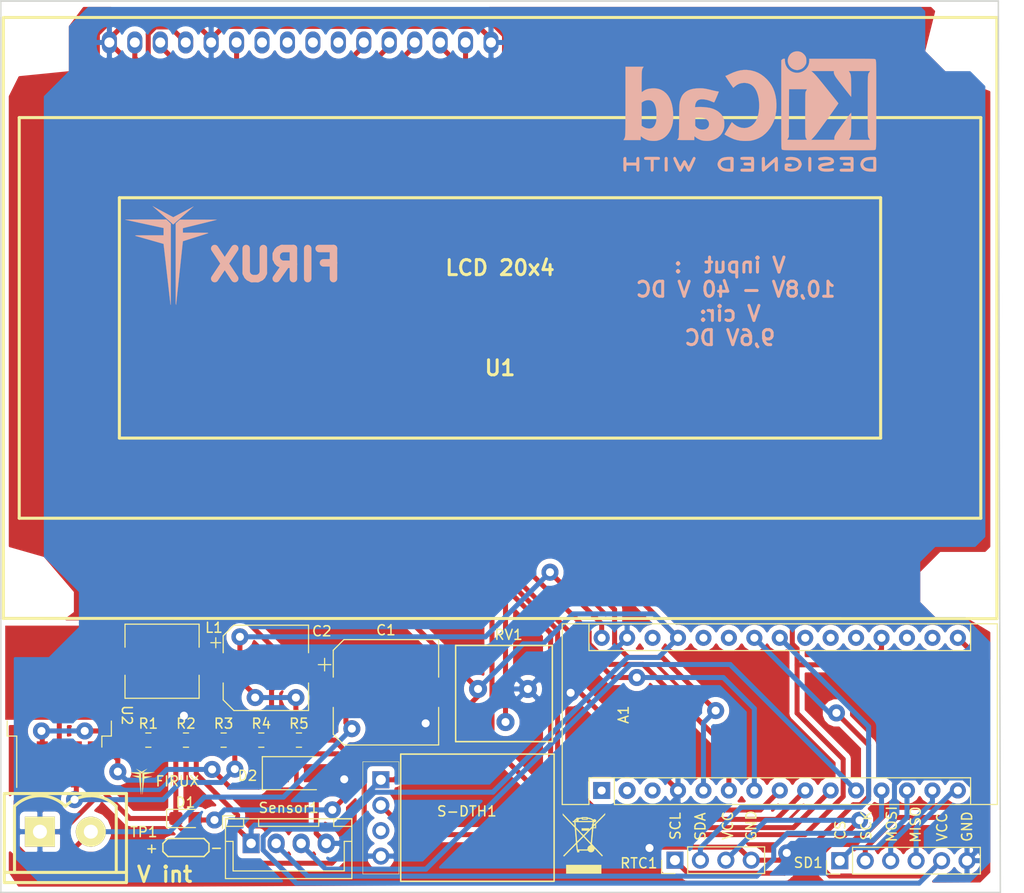
<source format=kicad_pcb>
(kicad_pcb (version 20171130) (host pcbnew "(5.0.0)")
  (title_block (title "Nivel y temperatura") (date 2019-02-27) (rev "V 1.0") (company Firux))
  (layers (0 F.Cu signal) (31 B.Cu signal) (34 B.Paste user) (35 F.Paste user) (36 B.SilkS user) (37 F.SilkS user) (38 B.Mask user) (39 F.Mask user) (44 Edge.Cuts user))
  (net 0 "")
  (net 1 GND)
  (net 2 A0)
  (net 3 +5V)
  (net 4 A5)
  (net 5 A4)
  (net 6 D12)
  (net 7 D11)
  (net 8 D13)
  (net 9 D10)
  (net 10 D8)
  (net 11 D9)
  (net 12 D7)
  (net 13 "Net-(A1-Pad28)")
  (net 14 "Net-(A1-Pad26)")
  (net 15 "Net-(A1-Pad25)")
  (net 16 D6)
  (net 17 D5)
  (net 18 D4)
  (net 19 "Net-(A1-Pad22)")
  (net 20 D3)
  (net 21 "Net-(A1-Pad21)")
  (net 22 D2)
  (net 23 "Net-(A1-Pad20)")
  (net 24 "Net-(A1-Pad3)")
  (net 25 "Net-(A1-Pad18)")
  (net 26 "Net-(A1-Pad2)")
  (net 27 "Net-(A1-Pad17)")
  (net 28 "Net-(A1-Pad1)")
  (net 29 "Net-(D1-Pad2)")
  (net 30 "Net-(RV1-Pad1)")
  (net 31 "Net-(U1-Pad7)")
  (net 32 "Net-(U1-Pad8)")
  (net 33 "Net-(U1-Pad9)")
  (net 34 "Net-(U1-Pad10)")
  (net 35 "Net-(S-DTH1-Pad3)")
  (net 36 Vout)
  (net 37 "Net-(C1-Pad1)")
  (net 38 "Net-(D2-Pad1)")
  (net 39 "Net-(R3-Pad2)")
  (module Connector_PinHeader_2.54mm:PinHeader_1x04_P2.54mm_Vertical (layer F.Cu) (at 159.512 131.7752 90)
    (fp_text reference RTC1 (at -0.3048 -3.6068 180) (layer F.SilkS))
    (fp_text value " ")
    (pad 1 thru_hole rect (at 0 0 90) (size 1.7 1.7) (drill 1) (layers *.Cu *.Mask) (net 4 A5))
    (pad 2 thru_hole oval (at 0 2.54 90) (size 1.7 1.7) (drill 1) (layers *.Cu *.Mask) (net 5 A4))
    (pad 3 thru_hole oval (at 0 5.08 90) (size 1.7 1.7) (drill 1) (layers *.Cu *.Mask) (net 3 +5V))
    (pad 4 thru_hole oval (at 0 7.62 90) (size 1.7 1.7) (drill 1) (layers *.Cu *.Mask) (net 1 GND))
  )
  (module Firux:lcd_20x4 (layer F.Cu) (at 142.045601 77.635101)
    (fp_text reference U1 (at 0 5.00126) (layer F.SilkS) (effects (font (size 1.5 1.5) (thickness 0.3))))
    (fp_text value "LCD 20x4" (at 0 -5.00126) (layer F.SilkS) (effects (font (size 1.5 1.5) (thickness 0.3))))
    (pad 16 thru_hole oval (at -0.9 -27.5) (size 1.5 2.2) (drill 1) (layers *.Cu *.Mask) (net 1 GND))
    (pad 15 thru_hole oval (at -3.44 -27.5) (size 1.5 2.2) (drill 1) (layers *.Cu *.Mask) (net 3 +5V))
    (pad 14 thru_hole oval (at -5.98 -27.5) (size 1.5 2.2) (drill 1) (layers *.Cu *.Mask) (net 22 D2))
    (pad 13 thru_hole oval (at -8.52 -27.5) (size 1.5 2.2) (drill 1) (layers *.Cu *.Mask) (net 20 D3))
    (pad 12 thru_hole oval (at -11.06 -27.5) (size 1.5 2.2) (drill 1) (layers *.Cu *.Mask) (net 18 D4))
    (pad 11 thru_hole oval (at -13.6 -27.5) (size 1.5 2.2) (drill 1) (layers *.Cu *.Mask) (net 17 D5))
    (pad 10 thru_hole oval (at -16.14 -27.5) (size 1.5 2.2) (drill 1) (layers *.Cu *.Mask) (net 34 "Net-(U1-Pad10)"))
    (pad 9 thru_hole oval (at -18.68 -27.5) (size 1.5 2.2) (drill 1) (layers *.Cu *.Mask) (net 33 "Net-(U1-Pad9)"))
    (pad 8 thru_hole oval (at -21.22 -27.5) (size 1.5 2.2) (drill 1) (layers *.Cu *.Mask) (net 32 "Net-(U1-Pad8)"))
    (pad 7 thru_hole oval (at -23.76 -27.5) (size 1.5 2.2) (drill 1) (layers *.Cu *.Mask) (net 31 "Net-(U1-Pad7)"))
    (pad 6 thru_hole oval (at -26.3 -27.5) (size 1.5 2.2) (drill 1) (layers *.Cu *.Mask) (net 16 D6))
    (pad 5 thru_hole oval (at -28.84 -27.5) (size 1.5 2.2) (drill 1) (layers *.Cu *.Mask) (net 1 GND))
    (pad 4 thru_hole oval (at -31.38 -27.5) (size 1.5 2.2) (drill 1) (layers *.Cu *.Mask) (net 12 D7))
    (pad 3 thru_hole oval (at -33.92 -27.5) (size 1.5 2.2) (drill 1) (layers *.Cu *.Mask) (net 30 "Net-(RV1-Pad1)"))
    (pad 2 thru_hole oval (at -36.46 -27.5) (size 1.5 2.2) (drill 1) (layers *.Cu *.Mask) (net 3 +5V))
    (pad 1 thru_hole oval (at -39 -27.5) (size 1.5 2.2) (drill 1) (layers *.Cu *.Mask) (net 1 GND))
    (pad "" np_thru_hole circle (at -46.5 27.5) (size 3.5 3.5) (drill 3.5) (layers *.Cu *.Mask))
    (pad "" np_thru_hole circle (at 46.49978 27.50058) (size 3.5 3.5) (drill 3.5) (layers *.Cu *.Mask))
    (pad "" np_thru_hole circle (at 46.49978 -27.50058) (size 3.5 3.5) (drill 3.5) (layers *.Cu *.Mask))
    (pad "" np_thru_hole circle (at -46.49978 -27.50058) (size 3.5 3.5) (drill 3.5) (layers *.Cu *.Mask))
  )
  (module Firux:S-DTH-horizontal (layer F.Cu) (at 148.1836 121.3104 270)
    (fp_text reference S-DTH1 (at 5.588 9.4488) (layer F.SilkS))
    (fp_text value " ")
    (pad 1 thru_hole rect (at 2.4384 18.034) (size 1.7 1.7) (drill 1) (layers *.Cu *.Mask) (net 3 +5V))
    (pad 2 thru_hole oval (at 4.9784 18.034) (size 1.7 1.7) (drill 1) (layers *.Cu *.Mask) (net 2 A0))
    (pad 3 thru_hole oval (at 7.5184 18.034) (size 1.7 1.7) (drill 1) (layers *.Cu *.Mask) (net 35 "Net-(S-DTH1-Pad3)"))
    (pad 4 thru_hole oval (at 10.0584 18.034) (size 1.7 1.7) (drill 1) (layers *.Cu *.Mask) (net 1 GND))
  )
  (module Modules:Arduino_Nano (layer F.Cu) (at 152.1968 124.8156 90)
    (fp_text reference A1 (at 7.5692 2.1844 270) (layer F.SilkS))
    (fp_text value Arduino_Nano)
    (pad 16 thru_hole oval (at 15.24 35.56 90) (size 1.6 1.6) (drill 0.8) (layers *.Cu *.Mask) (net 8 D13))
    (pad 15 thru_hole oval (at 0 35.56 90) (size 1.6 1.6) (drill 0.8) (layers *.Cu *.Mask) (net 6 D12))
    (pad 30 thru_hole oval (at 15.24 0 90) (size 1.6 1.6) (drill 0.8) (layers *.Cu *.Mask) (net 36 Vout))
    (pad 14 thru_hole oval (at 0 33.02 90) (size 1.6 1.6) (drill 0.8) (layers *.Cu *.Mask) (net 7 D11))
    (pad 29 thru_hole oval (at 15.24 2.54 90) (size 1.6 1.6) (drill 0.8) (layers *.Cu *.Mask) (net 1 GND))
    (pad 13 thru_hole oval (at 0 30.48 90) (size 1.6 1.6) (drill 0.8) (layers *.Cu *.Mask) (net 9 D10))
    (pad 28 thru_hole oval (at 15.24 5.08 90) (size 1.6 1.6) (drill 0.8) (layers *.Cu *.Mask) (net 13 "Net-(A1-Pad28)"))
    (pad 12 thru_hole oval (at 0 27.94 90) (size 1.6 1.6) (drill 0.8) (layers *.Cu *.Mask) (net 11 D9))
    (pad 27 thru_hole oval (at 15.24 7.62 90) (size 1.6 1.6) (drill 0.8) (layers *.Cu *.Mask) (net 3 +5V))
    (pad 11 thru_hole oval (at 0 25.4 90) (size 1.6 1.6) (drill 0.8) (layers *.Cu *.Mask) (net 10 D8))
    (pad 26 thru_hole oval (at 15.24 10.16 90) (size 1.6 1.6) (drill 0.8) (layers *.Cu *.Mask) (net 14 "Net-(A1-Pad26)"))
    (pad 10 thru_hole oval (at 0 22.86 90) (size 1.6 1.6) (drill 0.8) (layers *.Cu *.Mask) (net 12 D7))
    (pad 25 thru_hole oval (at 15.24 12.7 90) (size 1.6 1.6) (drill 0.8) (layers *.Cu *.Mask) (net 15 "Net-(A1-Pad25)"))
    (pad 9 thru_hole oval (at 0 20.32 90) (size 1.6 1.6) (drill 0.8) (layers *.Cu *.Mask) (net 16 D6))
    (pad 24 thru_hole oval (at 15.24 15.24 90) (size 1.6 1.6) (drill 0.8) (layers *.Cu *.Mask) (net 4 A5))
    (pad 8 thru_hole oval (at 0 17.78 90) (size 1.6 1.6) (drill 0.8) (layers *.Cu *.Mask) (net 17 D5))
    (pad 23 thru_hole oval (at 15.24 17.78 90) (size 1.6 1.6) (drill 0.8) (layers *.Cu *.Mask) (net 5 A4))
    (pad 7 thru_hole oval (at 0 15.24 90) (size 1.6 1.6) (drill 0.8) (layers *.Cu *.Mask) (net 18 D4))
    (pad 22 thru_hole oval (at 15.24 20.32 90) (size 1.6 1.6) (drill 0.8) (layers *.Cu *.Mask) (net 19 "Net-(A1-Pad22)"))
    (pad 6 thru_hole oval (at 0 12.7 90) (size 1.6 1.6) (drill 0.8) (layers *.Cu *.Mask) (net 20 D3))
    (pad 21 thru_hole oval (at 15.24 22.86 90) (size 1.6 1.6) (drill 0.8) (layers *.Cu *.Mask) (net 21 "Net-(A1-Pad21)"))
    (pad 5 thru_hole oval (at 0 10.16 90) (size 1.6 1.6) (drill 0.8) (layers *.Cu *.Mask) (net 22 D2))
    (pad 20 thru_hole oval (at 15.24 25.4 90) (size 1.6 1.6) (drill 0.8) (layers *.Cu *.Mask) (net 23 "Net-(A1-Pad20)"))
    (pad 4 thru_hole oval (at 0 7.62 90) (size 1.6 1.6) (drill 0.8) (layers *.Cu *.Mask) (net 1 GND))
    (pad 19 thru_hole oval (at 15.24 27.94 90) (size 1.6 1.6) (drill 0.8) (layers *.Cu *.Mask) (net 2 A0))
    (pad 3 thru_hole oval (at 0 5.08 90) (size 1.6 1.6) (drill 0.8) (layers *.Cu *.Mask) (net 24 "Net-(A1-Pad3)"))
    (pad 18 thru_hole oval (at 15.24 30.48 90) (size 1.6 1.6) (drill 0.8) (layers *.Cu *.Mask) (net 25 "Net-(A1-Pad18)"))
    (pad 2 thru_hole oval (at 0 2.54 90) (size 1.7 1.7) (drill 0.8) (layers *.Cu *.Mask) (net 26 "Net-(A1-Pad2)"))
    (pad 17 thru_hole oval (at 15.24 33.02 90) (size 1.6 1.6) (drill 0.8) (layers *.Cu *.Mask) (net 27 "Net-(A1-Pad17)"))
    (pad 1 thru_hole rect (at 0 0 90) (size 1.7 1.7) (drill 0.8) (layers *.Cu *.Mask) (net 28 "Net-(A1-Pad1)"))
  )
  (module LED_SMD:LED_0805_2012Metric_Castellated (layer F.Cu) (at 110.6424 127.6096)
    (fp_text reference D1 (at 0 -1.6) (layer F.SilkS))
    (fp_text value LED)
    (pad 1 smd roundrect (at -0.9625 0) (size 1.325 1.3) (layers F.Cu F.Paste F.Mask) (roundrect_rratio 0.192308) (net 1 GND))
    (pad 2 smd roundrect (at 0.9625 0) (size 1.325 1.3) (layers F.Cu F.Paste F.Mask) (roundrect_rratio 0.192308) (net 29 "Net-(D1-Pad2)"))
  )
  (module Resistor_SMD:R_0805_2012Metric_Pad1.15x1.40mm_HandSolder (layer F.Cu) (at 106.934 119.7864)
    (fp_text reference R1 (at 0 -1.65) (layer F.SilkS))
    (fp_text value 1k)
    (pad 1 smd roundrect (at -1.025 0) (size 1.15 1.4) (layers F.Cu F.Paste F.Mask) (roundrect_rratio 0.217391) (net 3 +5V))
    (pad 2 smd roundrect (at 1.025 0) (size 1.15 1.4) (layers F.Cu F.Paste F.Mask) (roundrect_rratio 0.217391) (net 2 A0))
  )
  (module Resistor_SMD:R_0805_2012Metric_Pad1.15x1.40mm_HandSolder (layer F.Cu) (at 110.6932 119.7864)
    (fp_text reference R2 (at 0 -1.65) (layer F.SilkS))
    (fp_text value 1k)
    (pad 2 smd roundrect (at 1.025 0) (size 1.15 1.4) (layers F.Cu F.Paste F.Mask) (roundrect_rratio 0.217391) (net 3 +5V))
    (pad 1 smd roundrect (at -1.025 0) (size 1.15 1.4) (layers F.Cu F.Paste F.Mask) (roundrect_rratio 0.217391) (net 1 GND))
  )
  (module Connector_PinHeader_2.54mm:PinHeader_1x06_P2.54mm_Vertical (layer F.Cu) (at 175.9712 131.826 90)
    (fp_text reference SD1 (at -0.2032 -3.1496 180) (layer F.SilkS))
    (fp_text value " ")
    (pad 1 thru_hole rect (at 0 0 90) (size 1.7 1.7) (drill 1) (layers *.Cu *.Mask) (net 9 D10))
    (pad 2 thru_hole oval (at 0 2.54 90) (size 1.7 1.7) (drill 1) (layers *.Cu *.Mask) (net 8 D13))
    (pad 3 thru_hole oval (at 0 5.08 90) (size 1.7 1.7) (drill 1) (layers *.Cu *.Mask) (net 7 D11))
    (pad 4 thru_hole oval (at 0 7.62 90) (size 1.7 1.7) (drill 1) (layers *.Cu *.Mask) (net 6 D12))
    (pad 5 thru_hole oval (at 0 10.16 90) (size 1.7 1.7) (drill 1) (layers *.Cu *.Mask) (net 3 +5V))
    (pad 6 thru_hole oval (at 0 12.7 90) (size 1.7 1.7) (drill 1) (layers *.Cu *.Mask) (net 1 GND))
  )
  (module Connector_JST:JST_XH_B04B-XH-A_1x04_P2.50mm_Vertical (layer F.Cu) (at 117.1956 130.0988)
    (fp_text reference Sensor1 (at 3.75 -3.55) (layer F.SilkS))
    (fp_text value " ")
    (pad 1 thru_hole rect (at 0 0) (size 1.7 1.95) (drill 0.95) (layers *.Cu *.Mask) (net 3 +5V))
    (pad 2 thru_hole oval (at 2.5 0) (size 1.7 1.95) (drill 0.95) (layers *.Cu *.Mask) (net 11 D9))
    (pad 3 thru_hole oval (at 5 0) (size 1.7 1.95) (drill 0.95) (layers *.Cu *.Mask) (net 10 D8))
    (pad 4 thru_hole oval (at 7.5 0) (size 1.7 1.95) (drill 0.95) (layers *.Cu *.Mask) (net 1 GND))
  )
  (module Capacitor_SMD:CP_Elec_10x10 (layer F.Cu) (at 130.6576 115.0112)
    (fp_text reference C1 (at 0 -6.2) (layer F.SilkS))
    (fp_text value "470uf 35v")
    (pad 1 smd rect (at -4 0) (size 4 2.5) (layers F.Cu F.Paste F.Mask) (net 37 "Net-(C1-Pad1)"))
    (pad 2 smd rect (at 4 0) (size 4 2.5) (layers F.Cu F.Paste F.Mask) (net 1 GND))
  )
  (module Capacitor_SMD:CP_Elec_8x10 (layer F.Cu) (at 118.6688 112.5728)
    (fp_text reference C2 (at 5.588 -3.6576) (layer F.SilkS))
    (fp_text value "220uf 35v")
    (pad 1 smd rect (at -3.25 0) (size 3.5 2.5) (layers F.Cu F.Paste F.Mask) (net 36 Vout))
    (pad 2 smd rect (at 3.25 0) (size 3.5 2.5) (layers F.Cu F.Paste F.Mask) (net 1 GND))
  )
  (module Diode_SMD:D_SMA (layer F.Cu) (at 121.7168 123.0884)
    (fp_text reference D2 (at -4.8768 0.254) (layer F.SilkS))
    (fp_text value 1N5825)
    (pad 1 smd rect (at -2 0) (size 2.5 1.8) (layers F.Cu F.Paste F.Mask) (net 38 "Net-(D2-Pad1)"))
    (pad 2 smd rect (at 2 0) (size 2.5 1.8) (layers F.Cu F.Paste F.Mask) (net 1 GND))
  )
  (module Connector:mstbva_2,5-2-g-5,08 (layer F.Cu) (at 98.6536 128.9304)
    (fp_text reference " " (at 7.6708 1.27 90 unlocked) (layer F.SilkS) (effects (font (size 1.524 1.524) (thickness 0.3048))))
    (fp_text value "V int" (at 9.906 4.2672 unlocked) (layer F.SilkS) (effects (font (size 1.524 1.524) (thickness 0.3048))))
    (pad 1 thru_hole rect (at -2.54 0) (size 2.99974 2.99974) (drill 1.39954) (layers *.Cu *.Mask F.SilkS) (net 1 GND))
    (pad 2 thru_hole circle (at 2.54 0) (size 2.99974 2.99974) (drill 1.39954) (layers *.Cu *.Mask F.SilkS) (net 37 "Net-(C1-Pad1)"))
  )
  (module Inductor_SMD:L_7.3x7.3_H4.5 (layer F.Cu) (at 108.3056 111.9124)
    (fp_text reference L1 (at 5.1816 -3.3528) (layer F.SilkS))
    (fp_text value 68uH)
    (pad 1 smd rect (at -3.2 0) (size 1.5 2.2) (layers F.Cu F.Paste F.Mask) (net 38 "Net-(D2-Pad1)"))
    (pad 2 smd rect (at 3.2 0) (size 1.5 2.2) (layers F.Cu F.Paste F.Mask) (net 36 Vout))
  )
  (module Resistor_SMD:R_0805_2012Metric_Pad1.15x1.40mm_HandSolder (layer F.Cu) (at 114.4524 119.7864)
    (fp_text reference R3 (at 0 -1.65) (layer F.SilkS))
    (fp_text value 6.8K)
    (pad 2 smd roundrect (at 1.025 0) (size 1.15 1.4) (layers F.Cu F.Paste F.Mask) (roundrect_rratio 0.217391) (net 39 "Net-(R3-Pad2)"))
    (pad 1 smd roundrect (at -1.025 0) (size 1.15 1.4) (layers F.Cu F.Paste F.Mask) (roundrect_rratio 0.217391) (net 36 Vout))
  )
  (module Resistor_SMD:R_0805_2012Metric_Pad1.15x1.40mm_HandSolder (layer F.Cu) (at 118.2116 119.7864)
    (fp_text reference R4 (at 0 -1.65) (layer F.SilkS))
    (fp_text value 1K)
    (pad 1 smd roundrect (at -1.025 0) (size 1.15 1.4) (layers F.Cu F.Paste F.Mask) (roundrect_rratio 0.217391) (net 39 "Net-(R3-Pad2)"))
    (pad 2 smd roundrect (at 1.025 0) (size 1.15 1.4) (layers F.Cu F.Paste F.Mask) (roundrect_rratio 0.217391) (net 1 GND))
  )
  (module TestPoint:TestPoint_2Pads_Pitch2.54mm_Drill0.8mm (layer F.Cu) (at 109.42 130.51)
    (fp_text reference TP1 (at -2.9356 -1.5452) (layer F.SilkS))
    (fp_text value TestPoint_2Pole)
    (pad 1 smd circle (at 0 0) (size 1.4 1.4) (layers F.Cu F.Paste F.Mask) (net 36 Vout))
    (pad 2 smd circle (at 2.54 0) (size 1.4 1.4) (layers F.Cu F.Paste F.Mask) (net 1 GND))
  )
  (module Package_TO_SOT_SMD:TO-263-5_TabPin3 (layer F.Cu) (at 98.044 116.4336 90)
    (fp_text reference U2 (at -0.8636 6.7564 270 unlocked) (layer F.SilkS))
    (fp_text value LM2596S-ADJ)
    (pad 1 smd rect (at -5.775 -3.4 90) (size 4.6 1.1) (layers F.Cu F.Paste F.Mask) (net 37 "Net-(C1-Pad1)"))
    (pad 2 smd rect (at -5.775 -1.7 90) (size 4.6 1.1) (layers F.Cu F.Paste F.Mask) (net 38 "Net-(D2-Pad1)"))
    (pad 3 smd rect (at -5.775 0 90) (size 4.6 1.1) (layers F.Cu F.Paste F.Mask) (net 1 GND))
    (pad 4 smd rect (at -5.775 1.7 90) (size 4.6 1.1) (layers F.Cu F.Paste F.Mask) (net 39 "Net-(R3-Pad2)"))
    (pad 5 smd rect (at -5.775 3.4 90) (size 4.6 1.1) (layers F.Cu F.Paste F.Mask) (net 1 GND))
    (pad 3 smd rect (at 3.375 0 90) (size 9.4 10.8) (layers F.Cu F.Mask) (net 1 GND))
  )
  (module Resistor_SMD:R_0805_2012Metric_Pad1.15x1.40mm_HandSolder (layer F.Cu) (at 121.9708 119.7864)
    (fp_text reference R5 (at 0 -1.65) (layer F.SilkS))
    (fp_text value 390)
    (pad 1 smd roundrect (at -1.025 0) (size 1.15 1.4) (layers F.Cu F.Paste F.Mask) (roundrect_rratio 0.217391) (net 29 "Net-(D1-Pad2)"))
    (pad 2 smd roundrect (at 1.025 0) (size 1.15 1.4) (layers F.Cu F.Paste F.Mask) (roundrect_rratio 0.217391) (net 36 Vout))
  )
  (module Firux:Reostato (layer F.Cu) (at 137.5156 120.0404)
    (fp_text reference RV1 (at 5.3848 -10.7696) (layer F.SilkS))
    (fp_text value Reostato)
    (pad 3 thru_hole circle (at 7.3152 -5.3594) (size 1.8 1.8) (drill 0.8) (layers *.Cu *.Mask) (net 1 GND))
    (pad 2 thru_hole circle (at 2.3368 -5.3594) (size 1.8 1.8) (drill 0.8) (layers *.Cu *.Mask) (net 3 +5V))
    (pad 1 thru_hole circle (at 5.08 -2.0574) (size 1.8 1.8) (drill 0.8) (layers *.Cu *.Mask) (net 30 "Net-(RV1-Pad1)"))
  )
  (module Firux:logofiruxsmall (layer F.Cu) (at 106.2736 123.8504)
    (fp_text reference "" hide)
    (fp_text value "" hide)
  )
  (module Symbol:WEEE-Logo_4.2x6mm_SilkScreen (layer F.Cu) (at 150.4188 130.0988)
    (fp_text reference REF** hide)
    (fp_text value WEEE-Logo_4.2x6mm_SilkScreen hide)
  )
  (module Firux:logofirux (layer B.Cu) (at 109.41 71.1 180)
    (fp_text reference G*** hide)
    (fp_text value LOGO hide)
  )
  (module Symbol:KiCad-Logo2_12mm_SilkScreen (layer B.Cu) (at 167 57 180)
    (fp_text reference REF** hide)
    (fp_text value KiCad-Logo2_12mm_SilkScreen hide)
  )
  (gr_line (start 192 135) (end 92.4 135) (layer Edge.Cuts) (width 0.15))
  (gr_line (start 191.8 46) (end 192 135) (layer Edge.Cuts) (width 0.15))
  (gr_line (start 92.2 46) (end 191.8 46) (layer Edge.Cuts) (width 0.15))
  (gr_line (start 92.2 135) (end 92.2 46) (layer Edge.Cuts) (width 0.15))
  (gr_line (start 92.4 135) (end 92.2 135) (layer Edge.Cuts) (width 0.15))
  (gr_text "V input  :\n10,8V - 40 V DC \nV cir:\n9,6V DC" (at 165 76) (layer B.SilkS) (effects (font (size 1.5 1.5) (thickness 0.3)) (justify mirror)))
  (gr_text "FIRUX " (at 118.49 72.36) (layer B.SilkS) (effects (font (size 3 3) (thickness 0.75)) (justify mirror)))
  (gr_text - (at 113.74 130.52) (layer F.SilkS) (effects (font (size 1 1))))
  (gr_text + (at 107.27 130.57) (layer F.SilkS) (effects (font (size 1 1))))
  (gr_text FIRUX (at 109.8296 123.9012) (layer F.SilkS) (effects (font (size 1 1))))
  (gr_text GND (at 188.6712 128.4224 90) (layer F.SilkS) (effects (font (size 1 1))))
  (gr_text VCC (at 186.182 128.4732 90) (layer F.SilkS) (effects (font (size 1 1))))
  (gr_text MISO (at 183.5404 128.2192 90) (layer F.SilkS) (effects (font (size 1 1))))
  (gr_text MOSI (at 181.1528 128.1684 90) (layer F.SilkS) (effects (font (size 1 1))))
  (gr_text SCK (at 178.6128 128.3208 90) (layer F.SilkS) (effects (font (size 1 1))))
  (gr_text CS (at 176.022 128.778 90) (layer F.SilkS) (effects (font (size 1 1))))
  (gr_text GND (at 167.132 128.3208 90) (layer F.SilkS) (effects (font (size 1 1))))
  (gr_text VCC (at 164.7952 128.3208 90) (layer F.SilkS) (effects (font (size 1 1))))
  (gr_text SDA (at 162.052 128.4224 90) (layer F.SilkS) (effects (font (size 1 1))))
  (gr_text SCL (at 159.5628 128.3716 90) (layer F.SilkS) (effects (font (size 1 1))))
  (segment (start 98.044 125.00013) (end 98.044 122.2086) (width 0.5) (layer F.Cu) (net 1))
  (segment (start 96.1136 126.93053) (end 98.044 125.00013) (width 0.5) (layer F.Cu) (net 1))
  (segment (start 96.1136 128.9304) (end 96.1136 126.93053) (width 0.5) (layer F.Cu) (net 1))
  (segment (start 109.6799 128.0695) (end 112.1156 130.5052) (width 0.5) (layer F.Cu) (net 1))
  (segment (start 109.6799 127.6096) (end 109.6799 128.0695) (width 0.5) (layer F.Cu) (net 1))
  (segment (start 109.6799 119.7981) (end 109.6682 119.7864) (width 0.5) (layer F.Cu) (net 1))
  (segment (start 109.6799 127.6096) (end 109.6799 119.7981) (width 0.5) (layer F.Cu) (net 1))
  (segment (start 119.2366 114.755) (end 121.4188 112.5728) (width 0.5) (layer F.Cu) (net 1))
  (segment (start 119.2366 119.7864) (end 119.2366 114.755) (width 0.5) (layer F.Cu) (net 1))
  (segment (start 129.7192 112.5728) (end 121.9188 112.5728) (width 0.5) (layer F.Cu) (net 1))
  (segment (start 132.1576 115.0112) (end 129.7192 112.5728) (width 0.5) (layer F.Cu) (net 1))
  (segment (start 134.6576 115.0112) (end 132.1576 115.0112) (width 0.5) (layer F.Cu) (net 1))
  (segment (start 123.698 129.1012) (end 124.6956 130.0988) (width 0.5) (layer F.Cu) (net 1))
  (segment (start 123.7168 123.0884) (end 123.698 123.1072) (width 0.5) (layer F.Cu) (net 1))
  (segment (start 123.698 123.1072) (end 123.698 129.1012) (width 0.5) (layer F.Cu) (net 1))
  (segment (start 121.4188 112.5728) (end 121.9188 112.5728) (width 0.5) (layer F.Cu) (net 1))
  (segment (start 141.145601 49.785101) (end 141.145601 50.135101) (width 0.5) (layer F.Cu) (net 1))
  (segment (start 139.895601 48.535101) (end 141.145601 49.785101) (width 0.5) (layer F.Cu) (net 1))
  (segment (start 114.455601 48.535101) (end 139.895601 48.535101) (width 0.5) (layer F.Cu) (net 1))
  (segment (start 113.205601 49.785101) (end 114.455601 48.535101) (width 0.5) (layer F.Cu) (net 1))
  (segment (start 113.205601 49.785101) (end 113.205601 50.135101) (width 0.5) (layer F.Cu) (net 1))
  (segment (start 98.044 122.2086) (end 98.044 113.0586) (width 0.5) (layer F.Cu) (net 1))
  (segment (start 98.291604 128.9304) (end 96.1136 128.9304) (width 0.5) (layer F.Cu) (net 1))
  (segment (start 101.444 125.778004) (end 98.291604 128.9304) (width 0.5) (layer F.Cu) (net 1))
  (segment (start 101.444 122.2086) (end 101.444 125.778004) (width 0.5) (layer F.Cu) (net 1))
  (segment (start 105.095 127.6096) (end 109.6799 127.6096) (width 0.5) (layer F.Cu) (net 1))
  (segment (start 101.444 123.9586) (end 105.095 127.6096) (width 0.5) (layer F.Cu) (net 1))
  (segment (start 101.444 122.2086) (end 101.444 123.9586) (width 0.5) (layer F.Cu) (net 1))
  (via (at 134.62 118.11) (size 1.7) (drill 0.8) (layers F.Cu B.Cu) (net 1))
  (segment (start 134.6576 115.0112) (end 134.6576 118.0724) (width 0.5) (layer F.Cu) (net 1))
  (segment (start 134.6576 118.0724) (end 134.62 118.11) (width 0.5) (layer F.Cu) (net 1))
  (segment (start 142.621 114.681) (end 144.8308 114.681) (width 0.5) (layer B.Cu) (net 1))
  (segment (start 134.62 118.11) (end 139.192 118.11) (width 0.5) (layer B.Cu) (net 1))
  (segment (start 139.192 118.11) (end 142.621 114.681) (width 0.5) (layer B.Cu) (net 1))
  (segment (start 124.6956 130.0988) (end 126.5428 130.0988) (width 0.5) (layer B.Cu) (net 1))
  (segment (start 127.8128 131.3688) (end 130.1496 131.3688) (width 0.5) (layer B.Cu) (net 1))
  (segment (start 126.5428 130.0988) (end 127.8128 131.3688) (width 0.5) (layer B.Cu) (net 1))
  (segment (start 153.936801 110.375599) (end 154.7368 109.5756) (width 0.5) (layer B.Cu) (net 1))
  (segment (start 150.531399 113.781001) (end 153.936801 110.375599) (width 0.5) (layer B.Cu) (net 1))
  (segment (start 144.8308 114.681) (end 145.730799 113.781001) (width 0.5) (layer B.Cu) (net 1))
  (segment (start 125.8824 123.0884) (end 126.492 123.698) (width 0.5) (layer F.Cu) (net 1))
  (via (at 126.492 123.698) (size 1.7) (drill 0.8) (layers F.Cu B.Cu) (net 1))
  (segment (start 123.7168 123.0884) (end 125.8824 123.0884) (width 0.5) (layer F.Cu) (net 1))
  (segment (start 132.08 118.11) (end 134.62 118.11) (width 0.5) (layer B.Cu) (net 1))
  (segment (start 126.492 123.698) (end 132.08 118.11) (width 0.5) (layer B.Cu) (net 1))
  (via (at 156.972 130.556) (size 1.7) (drill 0.8) (layers F.Cu B.Cu) (net 1))
  (segment (start 157.052801 130.475199) (end 156.972 130.556) (width 0.5) (layer F.Cu) (net 1))
  (segment (start 167.132 131.7752) (end 165.831999 130.475199) (width 0.5) (layer F.Cu) (net 1))
  (segment (start 165.831999 130.475199) (end 157.052801 130.475199) (width 0.5) (layer F.Cu) (net 1))
  (segment (start 159.8168 125.4252) (end 159.8168 124.8156) (width 0.5) (layer B.Cu) (net 1))
  (segment (start 156.972 130.556) (end 156.972 128.27) (width 0.5) (layer B.Cu) (net 1))
  (segment (start 156.972 128.27) (end 159.8168 125.4252) (width 0.5) (layer B.Cu) (net 1))
  (segment (start 150.0632 115.062) (end 149.098 115.062) (width 0.5) (layer F.Cu) (net 1))
  (segment (start 159.8168 124.8156) (end 150.0632 115.062) (width 0.5) (layer F.Cu) (net 1))
  (via (at 149.098 115.062) (size 1.7) (drill 0.8) (layers F.Cu B.Cu) (net 1))
  (segment (start 149.098 115.062) (end 149.098 113.781001) (width 0.5) (layer B.Cu) (net 1))
  (segment (start 145.730799 113.781001) (end 149.098 113.781001) (width 0.5) (layer B.Cu) (net 1))
  (segment (start 149.098 113.781001) (end 150.531399 113.781001) (width 0.5) (layer B.Cu) (net 1))
  (via (at 110.49 117.348) (size 1.7) (drill 0.8) (layers F.Cu B.Cu) (net 1))
  (segment (start 109.6682 119.7864) (end 109.6682 118.1698) (width 0.5) (layer F.Cu) (net 1))
  (segment (start 109.6682 118.1698) (end 110.49 117.348) (width 0.5) (layer F.Cu) (net 1))
  (segment (start 131.318 117.348) (end 132.08 118.11) (width 0.5) (layer B.Cu) (net 1))
  (segment (start 110.49 117.348) (end 131.318 117.348) (width 0.5) (layer B.Cu) (net 1))
  (segment (start 104.945622 47.88508) (end 111.30558 47.88508) (width 0.5) (layer F.Cu) (net 1))
  (segment (start 103.045601 50.135101) (end 103.045601 49.785101) (width 0.5) (layer F.Cu) (net 1))
  (segment (start 103.045601 49.785101) (end 104.945622 47.88508) (width 0.5) (layer F.Cu) (net 1))
  (segment (start 111.30558 47.88508) (end 113.205601 49.785101) (width 0.5) (layer F.Cu) (net 1))
  (segment (start 119.2366 120.5864) (end 120.3386 121.6884) (width 0.5) (layer F.Cu) (net 1))
  (segment (start 123.257835 123.0884) (end 123.7168 123.0884) (width 0.5) (layer F.Cu) (net 1))
  (segment (start 119.2366 119.7864) (end 119.2366 120.5864) (width 0.5) (layer F.Cu) (net 1))
  (segment (start 120.3386 121.6884) (end 121.857835 121.6884) (width 0.5) (layer F.Cu) (net 1))
  (segment (start 121.857835 121.6884) (end 123.257835 123.0884) (width 0.5) (layer F.Cu) (net 1))
  (via (at 170.672084 131.048084) (size 1.7) (drill 0.8) (layers F.Cu B.Cu) (net 1))
  (segment (start 181.426799 127.665166) (end 179.299943 129.792022) (width 0.5) (layer B.Cu) (net 1))
  (segment (start 189.521199 124.729997) (end 188.356801 123.565599) (width 0.5) (layer B.Cu) (net 1))
  (segment (start 188.6712 131.826) (end 189.521199 130.976001) (width 0.5) (layer B.Cu) (net 1))
  (segment (start 182.076799 123.565599) (end 181.426799 124.215599) (width 0.5) (layer B.Cu) (net 1))
  (segment (start 189.521199 130.976001) (end 189.521199 124.729997) (width 0.5) (layer B.Cu) (net 1))
  (segment (start 167.132 131.7752) (end 169.944968 131.7752) (width 0.5) (layer F.Cu) (net 1))
  (segment (start 171.928146 129.792022) (end 170.672084 131.048084) (width 0.5) (layer B.Cu) (net 1))
  (segment (start 179.299943 129.792022) (end 171.928146 129.792022) (width 0.5) (layer B.Cu) (net 1))
  (segment (start 181.426799 124.215599) (end 181.426799 127.665166) (width 0.5) (layer B.Cu) (net 1))
  (segment (start 169.944968 131.7752) (end 170.672084 131.048084) (width 0.5) (layer F.Cu) (net 1))
  (segment (start 188.356801 123.565599) (end 182.076799 123.565599) (width 0.5) (layer B.Cu) (net 1))
  (segment (start 103.045601 50.135101) (end 112.776 59.8655) (width 0.5) (layer F.Cu) (net 1))
  (segment (start 112.776 59.8655) (end 112.776 103.93) (width 0.5) (layer F.Cu) (net 1))
  (segment (start 112.776 103.93) (end 121.4188 112.5728) (width 0.5) (layer F.Cu) (net 1))
  (segment (start 178.57577 112.268) (end 171.704 112.268) (width 0.5) (layer F.Cu) (net 2))
  (segment (start 180.1368 109.5756) (end 180.1368 110.70697) (width 0.5) (layer F.Cu) (net 2))
  (segment (start 180.1368 110.70697) (end 178.57577 112.268) (width 0.5) (layer F.Cu) (net 2))
  (segment (start 142.494 75.494) (end 171.226801 104.226801) (width 0.5) (layer F.Cu) (net 2))
  (segment (start 171.704 110.6528) (end 171.704 117.094) (width 0.5) (layer F.Cu) (net 2))
  (segment (start 104.394 118.872) (end 107 116.266) (width 0.5) (layer F.Cu) (net 2))
  (segment (start 176.306801 125.415601) (end 172.498392 129.22401) (width 0.5) (layer F.Cu) (net 2))
  (segment (start 104.394 121.158) (end 104.394 118.872) (width 0.5) (layer F.Cu) (net 2))
  (segment (start 103.948563 47.185069) (end 140.242639 47.185069) (width 0.5) (layer F.Cu) (net 2))
  (segment (start 176.306801 121.696801) (end 176.306801 125.415601) (width 0.5) (layer F.Cu) (net 2))
  (segment (start 107.188 121.158) (end 104.394 121.158) (width 0.5) (layer F.Cu) (net 2))
  (segment (start 172.498392 129.22401) (end 133.08481 129.22401) (width 0.5) (layer F.Cu) (net 2))
  (segment (start 171.704 117.094) (end 176.306801 121.696801) (width 0.5) (layer F.Cu) (net 2))
  (segment (start 107.959 119.7864) (end 107.959 120.387) (width 0.5) (layer F.Cu) (net 2))
  (segment (start 107.959 120.387) (end 107.188 121.158) (width 0.5) (layer F.Cu) (net 2))
  (segment (start 101.845591 104.912393) (end 101.845591 49.288041) (width 0.5) (layer F.Cu) (net 2))
  (segment (start 101.845591 49.288041) (end 103.948563 47.185069) (width 0.5) (layer F.Cu) (net 2))
  (segment (start 140.242639 47.185069) (end 142.494 49.43643) (width 0.5) (layer F.Cu) (net 2))
  (segment (start 107 110.066802) (end 101.845591 104.912393) (width 0.5) (layer F.Cu) (net 2))
  (segment (start 142.494 49.43643) (end 142.494 75.494) (width 0.5) (layer F.Cu) (net 2))
  (segment (start 133.08481 129.22401) (end 130.1496 126.2888) (width 0.5) (layer F.Cu) (net 2))
  (segment (start 107 116.266) (end 107 110.066802) (width 0.5) (layer F.Cu) (net 2))
  (segment (start 171.226801 104.226801) (end 171.226801 110.175601) (width 0.5) (layer F.Cu) (net 2))
  (segment (start 171.226801 110.175601) (end 171.704 110.6528) (width 0.5) (layer F.Cu) (net 2))
  (segment (start 139.8524 115.396) (end 139.8524 114.681) (width 0.5) (layer F.Cu) (net 3))
  (segment (start 131.4996 123.7488) (end 139.8524 115.396) (width 0.5) (layer F.Cu) (net 3))
  (segment (start 130.1496 123.7488) (end 131.4996 123.7488) (width 0.5) (layer F.Cu) (net 3))
  (segment (start 117.1956 128.6238) (end 117.5494 128.27) (width 0.5) (layer B.Cu) (net 3))
  (segment (start 117.1956 130.0988) (end 117.1956 128.6238) (width 0.5) (layer B.Cu) (net 3))
  (segment (start 125.6284 128.27) (end 130.1496 123.7488) (width 0.5) (layer B.Cu) (net 3))
  (segment (start 117.5494 128.27) (end 125.6284 128.27) (width 0.5) (layer B.Cu) (net 3))
  (segment (start 157.4292 107.188) (end 159.016801 108.775601) (width 0.5) (layer B.Cu) (net 3))
  (segment (start 159.016801 108.775601) (end 159.8168 109.5756) (width 0.5) (layer B.Cu) (net 3))
  (segment (start 146.339954 110.174011) (end 149.325964 107.188) (width 0.5) (layer B.Cu) (net 3))
  (segment (start 144.359389 110.174011) (end 146.339954 110.174011) (width 0.5) (layer B.Cu) (net 3))
  (segment (start 139.8524 114.681) (end 144.359389 110.174011) (width 0.5) (layer B.Cu) (net 3))
  (segment (start 149.325964 107.188) (end 157.4292 107.188) (width 0.5) (layer B.Cu) (net 3))
  (segment (start 159.8168 109.5756) (end 157.854411 111.537989) (width 0.5) (layer B.Cu) (net 3))
  (segment (start 157.854411 111.537989) (end 154.788046 111.537989) (width 0.5) (layer B.Cu) (net 3))
  (segment (start 141.337236 124.988799) (end 129.525599 124.988799) (width 0.5) (layer B.Cu) (net 3))
  (segment (start 125.840608 128.67379) (end 119.157119 128.67379) (width 0.5) (layer B.Cu) (net 3))
  (segment (start 118.39559 129.435319) (end 118.39559 130.762281) (width 0.5) (layer B.Cu) (net 3))
  (segment (start 154.788046 111.537989) (end 141.337236 124.988799) (width 0.5) (layer B.Cu) (net 3))
  (segment (start 118.39559 130.762281) (end 121.702131 134.068822) (width 0.5) (layer B.Cu) (net 3))
  (segment (start 119.157119 128.67379) (end 118.39559 129.435319) (width 0.5) (layer B.Cu) (net 3))
  (segment (start 129.525599 124.988799) (end 125.840608 128.67379) (width 0.5) (layer B.Cu) (net 3))
  (segment (start 185.281201 132.675999) (end 186.1312 131.826) (width 0.5) (layer B.Cu) (net 3))
  (segment (start 121.702131 134.068822) (end 183.888378 134.068822) (width 0.5) (layer B.Cu) (net 3))
  (segment (start 183.888378 134.068822) (end 185.281201 132.675999) (width 0.5) (layer B.Cu) (net 3))
  (segment (start 111.114002 116.047998) (end 112.341572 117.275568) (width 0.5) (layer F.Cu) (net 3))
  (segment (start 112.341572 117.275568) (end 112.341572 119.163028) (width 0.5) (layer F.Cu) (net 3))
  (segment (start 105.909 119.7864) (end 109.647402 116.047998) (width 0.5) (layer F.Cu) (net 3))
  (segment (start 112.341572 119.163028) (end 111.7182 119.7864) (width 0.5) (layer F.Cu) (net 3))
  (segment (start 109.647402 116.047998) (end 111.114002 116.047998) (width 0.5) (layer F.Cu) (net 3))
  (segment (start 111.7182 123.1482) (end 111.7182 119.7864) (width 0.5) (layer F.Cu) (net 3))
  (segment (start 115.8456 127.2756) (end 111.7182 123.1482) (width 0.5) (layer F.Cu) (net 3))
  (segment (start 115.8456 128.6238) (end 115.8456 127.2756) (width 0.5) (layer F.Cu) (net 3))
  (segment (start 117.1956 130.0988) (end 117.1956 129.9738) (width 0.5) (layer F.Cu) (net 3))
  (segment (start 117.1956 129.9738) (end 115.8456 128.6238) (width 0.5) (layer F.Cu) (net 3))
  (segment (start 164.592 131.7752) (end 168.57519 127.79201) (width 0.5) (layer B.Cu) (net 3))
  (segment (start 168.57519 127.79201) (end 177.942683 127.79201) (width 0.5) (layer B.Cu) (net 3))
  (via (at 177.942683 127.79201) (size 1.7) (drill 0.8) (layers F.Cu B.Cu) (net 3))
  (segment (start 176.448693 129.286) (end 177.942683 127.79201) (width 0.5) (layer F.Cu) (net 3))
  (segment (start 186.1312 131.826) (end 184.6072 133.35) (width 0.5) (layer F.Cu) (net 3))
  (segment (start 174.985198 133.35) (end 174.244 132.608802) (width 0.5) (layer F.Cu) (net 3))
  (segment (start 174.244 132.608802) (end 174.244 131.043198) (width 0.5) (layer F.Cu) (net 3))
  (segment (start 174.244 131.043198) (end 176.001198 129.286) (width 0.5) (layer F.Cu) (net 3))
  (segment (start 184.6072 133.35) (end 174.985198 133.35) (width 0.5) (layer F.Cu) (net 3))
  (segment (start 176.001198 129.286) (end 176.448693 129.286) (width 0.5) (layer F.Cu) (net 3))
  (segment (start 113.476011 88.304611) (end 139.8524 114.681) (width 0.5) (layer F.Cu) (net 3))
  (segment (start 105.585601 51.685136) (end 113.476011 59.575546) (width 0.5) (layer F.Cu) (net 3))
  (segment (start 105.585601 50.135101) (end 105.585601 51.685136) (width 0.5) (layer F.Cu) (net 3))
  (segment (start 113.476011 59.575546) (end 113.476011 88.304611) (width 0.5) (layer F.Cu) (net 3))
  (segment (start 159.016801 108.775601) (end 159.8168 109.5756) (width 0.5) (layer F.Cu) (net 3))
  (segment (start 138.605601 50.135101) (end 138.605601 88.364401) (width 0.5) (layer F.Cu) (net 3))
  (segment (start 138.605601 88.364401) (end 159.016801 108.775601) (width 0.5) (layer F.Cu) (net 3))
  (segment (start 174.930849 117.069649) (end 175.632357 117.069649) (width 0.5) (layer B.Cu) (net 4))
  (segment (start 167.4368 109.5756) (end 174.930849 117.069649) (width 0.5) (layer B.Cu) (net 4))
  (via (at 175.632357 117.069649) (size 1.7) (drill 0.8) (layers F.Cu B.Cu) (net 4))
  (segment (start 177.318682 126.239978) (end 178.022424 126.239978) (width 0.5) (layer F.Cu) (net 4))
  (segment (start 170.71666 132.842) (end 177.318682 126.239978) (width 0.5) (layer F.Cu) (net 4))
  (segment (start 170.688 132.842) (end 170.71666 132.842) (width 0.5) (layer F.Cu) (net 4))
  (segment (start 170.454799 133.075201) (end 170.688 132.842) (width 0.5) (layer F.Cu) (net 4))
  (segment (start 159.512 131.7752) (end 160.812001 133.075201) (width 0.5) (layer F.Cu) (net 4))
  (segment (start 160.812001 133.075201) (end 170.454799 133.075201) (width 0.5) (layer F.Cu) (net 4))
  (segment (start 178.022424 126.239978) (end 178.846801 125.415601) (width 0.5) (layer F.Cu) (net 4))
  (segment (start 178.846801 125.415601) (end 178.846801 120.284093) (width 0.5) (layer F.Cu) (net 4))
  (segment (start 178.846801 120.284093) (end 175.632357 117.069649) (width 0.5) (layer F.Cu) (net 4))
  (segment (start 170.776799 110.375599) (end 169.9768 109.5756) (width 0.5) (layer B.Cu) (net 5))
  (segment (start 162.052 130.556) (end 166.116 126.492) (width 0.5) (layer B.Cu) (net 5))
  (segment (start 162.052 131.7752) (end 162.052 130.556) (width 0.5) (layer B.Cu) (net 5))
  (segment (start 166.116 126.492) (end 178.054 126.492) (width 0.5) (layer B.Cu) (net 5))
  (segment (start 178.054 126.492) (end 178.846801 125.699199) (width 0.5) (layer B.Cu) (net 5))
  (segment (start 178.846801 125.699199) (end 178.846801 118.445601) (width 0.5) (layer B.Cu) (net 5))
  (segment (start 178.846801 118.445601) (end 170.776799 110.375599) (width 0.5) (layer B.Cu) (net 5))
  (segment (start 187.3504 124.8156) (end 187.7568 124.8156) (width 0.5) (layer B.Cu) (net 6))
  (segment (start 183.5912 128.5748) (end 187.3504 124.8156) (width 0.5) (layer B.Cu) (net 6))
  (segment (start 183.5912 131.826) (end 183.5912 128.5748) (width 0.5) (layer B.Cu) (net 6))
  (segment (start 185.2168 125.959236) (end 185.2168 124.8156) (width 0.5) (layer B.Cu) (net 7))
  (segment (start 181.0512 130.124836) (end 185.2168 125.959236) (width 0.5) (layer B.Cu) (net 7))
  (segment (start 181.0512 131.826) (end 181.0512 130.124836) (width 0.5) (layer B.Cu) (net 7))
  (segment (start 178.5112 130.623919) (end 181.627119 127.508) (width 0.5) (layer F.Cu) (net 8))
  (segment (start 178.5112 131.826) (end 178.5112 130.623919) (width 0.5) (layer F.Cu) (net 8))
  (segment (start 188.556799 110.375599) (end 187.7568 109.5756) (width 0.5) (layer F.Cu) (net 8))
  (segment (start 181.627119 127.508) (end 188.468 127.508) (width 0.5) (layer F.Cu) (net 8))
  (segment (start 189.992 125.984) (end 189.992 111.8108) (width 0.5) (layer F.Cu) (net 8))
  (segment (start 188.468 127.508) (end 189.992 125.984) (width 0.5) (layer F.Cu) (net 8))
  (segment (start 189.992 111.8108) (end 188.556799 110.375599) (width 0.5) (layer F.Cu) (net 8))
  (segment (start 182.6768 127.509272) (end 182.6768 124.8156) (width 0.5) (layer B.Cu) (net 9))
  (segment (start 177.271201 130.525999) (end 179.660073 130.525999) (width 0.5) (layer B.Cu) (net 9))
  (segment (start 175.9712 131.826) (end 177.271201 130.525999) (width 0.5) (layer B.Cu) (net 9))
  (segment (start 179.660073 130.525999) (end 182.6768 127.509272) (width 0.5) (layer B.Cu) (net 9))
  (segment (start 124.640601 132.668801) (end 134.647197 132.668801) (width 0.5) (layer B.Cu) (net 10))
  (segment (start 155.077999 112.237999) (end 165.019199 112.237999) (width 0.5) (layer B.Cu) (net 10))
  (segment (start 122.1956 130.2238) (end 124.640601 132.668801) (width 0.5) (layer B.Cu) (net 10))
  (segment (start 122.1956 130.0988) (end 122.1956 130.2238) (width 0.5) (layer B.Cu) (net 10))
  (segment (start 165.019199 112.237999) (end 176.796801 124.015601) (width 0.5) (layer B.Cu) (net 10))
  (segment (start 176.796801 124.015601) (end 177.5968 124.8156) (width 0.5) (layer B.Cu) (net 10))
  (segment (start 134.647197 132.668801) (end 155.077999 112.237999) (width 0.5) (layer B.Cu) (net 10))
  (segment (start 180.1368 127.521895) (end 180.1368 124.8156) (width 0.5) (layer B.Cu) (net 11))
  (segment (start 119.6956 130.2238) (end 122.840612 133.368812) (width 0.5) (layer B.Cu) (net 11))
  (segment (start 167.675356 133.368812) (end 169.372082 131.672086) (width 0.5) (layer B.Cu) (net 11))
  (segment (start 169.372082 131.672086) (end 169.372082 130.455914) (width 0.5) (layer B.Cu) (net 11))
  (segment (start 169.372082 130.455914) (end 170.735985 129.092011) (width 0.5) (layer B.Cu) (net 11))
  (segment (start 122.840612 133.368812) (end 167.675356 133.368812) (width 0.5) (layer B.Cu) (net 11))
  (segment (start 170.735985 129.092011) (end 178.566684 129.092011) (width 0.5) (layer B.Cu) (net 11))
  (segment (start 178.566684 129.092011) (end 180.1368 127.521895) (width 0.5) (layer B.Cu) (net 11))
  (segment (start 119.6956 130.0988) (end 119.6956 130.2238) (width 0.5) (layer B.Cu) (net 11))
  (segment (start 107.628541 48.585091) (end 106.925591 49.288041) (width 0.5) (layer F.Cu) (net 12))
  (segment (start 141.245599 105.219462) (end 141.245599 120.365529) (width 0.5) (layer F.Cu) (net 12))
  (segment (start 114.176022 78.149885) (end 141.245599 105.219462) (width 0.5) (layer F.Cu) (net 12))
  (segment (start 114.176022 59.285592) (end 114.176022 78.149885) (width 0.5) (layer F.Cu) (net 12))
  (segment (start 171.3484 128.524) (end 174.256801 125.615599) (width 0.5) (layer F.Cu) (net 12))
  (segment (start 110.665601 50.135101) (end 109.115591 48.585091) (width 0.5) (layer F.Cu) (net 12))
  (segment (start 106.925591 49.288041) (end 106.925591 52.035161) (width 0.5) (layer F.Cu) (net 12))
  (segment (start 149.40407 128.524) (end 171.3484 128.524) (width 0.5) (layer F.Cu) (net 12))
  (segment (start 141.245599 120.365529) (end 149.40407 128.524) (width 0.5) (layer F.Cu) (net 12))
  (segment (start 174.256801 125.615599) (end 175.0568 124.8156) (width 0.5) (layer F.Cu) (net 12))
  (segment (start 106.925591 52.035161) (end 114.176022 59.285592) (width 0.5) (layer F.Cu) (net 12))
  (segment (start 109.115591 48.585091) (end 107.628541 48.585091) (width 0.5) (layer F.Cu) (net 12))
  (segment (start 115.745601 77.739535) (end 147.097987 109.091921) (width 0.5) (layer F.Cu) (net 16))
  (segment (start 171.716801 125.615599) (end 172.5168 124.8156) (width 0.5) (layer F.Cu) (net 16))
  (segment (start 147.097987 109.091921) (end 147.097987 123.216754) (width 0.5) (layer F.Cu) (net 16))
  (segment (start 151.581244 127.700011) (end 169.632389 127.700011) (width 0.5) (layer F.Cu) (net 16))
  (segment (start 169.632389 127.700011) (end 171.716801 125.615599) (width 0.5) (layer F.Cu) (net 16))
  (segment (start 115.745601 50.135101) (end 115.745601 77.739535) (width 0.5) (layer F.Cu) (net 16))
  (segment (start 147.097987 123.216754) (end 151.581244 127.700011) (width 0.5) (layer F.Cu) (net 16))
  (segment (start 147.797998 108.801967) (end 147.797998 122.9268) (width 0.5) (layer F.Cu) (net 17))
  (segment (start 168.026788 126.765612) (end 169.176801 125.615599) (width 0.5) (layer F.Cu) (net 17))
  (segment (start 128.445601 50.485101) (end 116.517967 62.412735) (width 0.5) (layer F.Cu) (net 17))
  (segment (start 151.63681 126.765612) (end 168.026788 126.765612) (width 0.5) (layer F.Cu) (net 17))
  (segment (start 128.445601 50.135101) (end 128.445601 50.485101) (width 0.5) (layer F.Cu) (net 17))
  (segment (start 169.176801 125.615599) (end 169.9768 124.8156) (width 0.5) (layer F.Cu) (net 17))
  (segment (start 116.517967 77.521936) (end 147.797998 108.801967) (width 0.5) (layer F.Cu) (net 17))
  (segment (start 116.517967 62.412735) (end 116.517967 77.521936) (width 0.5) (layer F.Cu) (net 17))
  (segment (start 147.797998 122.9268) (end 151.63681 126.765612) (width 0.5) (layer F.Cu) (net 17))
  (via (at 155.702 113.538) (size 1.7) (drill 0.8) (layers F.Cu B.Cu) (net 18))
  (segment (start 155.702 113.538) (end 164.338 113.538) (width 0.5) (layer B.Cu) (net 18))
  (segment (start 167.4368 116.6368) (end 167.4368 124.8156) (width 0.5) (layer B.Cu) (net 18))
  (segment (start 164.338 113.538) (end 167.4368 116.6368) (width 0.5) (layer B.Cu) (net 18))
  (segment (start 130.985601 50.135101) (end 130.985601 50.485101) (width 0.5) (layer F.Cu) (net 18))
  (segment (start 130.985601 50.485101) (end 117.217978 64.252724) (width 0.5) (layer F.Cu) (net 18))
  (segment (start 150.246788 110.260792) (end 150.246788 110.465555) (width 0.5) (layer F.Cu) (net 18))
  (segment (start 117.217978 77.231982) (end 150.246788 110.260792) (width 0.5) (layer F.Cu) (net 18))
  (segment (start 150.246788 110.465555) (end 153.319233 113.538) (width 0.5) (layer F.Cu) (net 18))
  (segment (start 153.319233 113.538) (end 155.702 113.538) (width 0.5) (layer F.Cu) (net 18))
  (segment (start 117.217978 64.252724) (end 117.217978 77.231982) (width 0.5) (layer F.Cu) (net 18))
  (segment (start 164.8968 120.795657) (end 164.8968 124.8156) (width 0.5) (layer F.Cu) (net 20))
  (segment (start 117.917989 75.946789) (end 150.946799 108.975599) (width 0.5) (layer F.Cu) (net 20))
  (segment (start 150.946799 108.975599) (end 150.946799 110.175601) (width 0.5) (layer F.Cu) (net 20))
  (segment (start 150.946799 110.175601) (end 152.996821 112.225623) (width 0.5) (layer F.Cu) (net 20))
  (segment (start 156.326766 112.225623) (end 164.8968 120.795657) (width 0.5) (layer F.Cu) (net 20))
  (segment (start 117.917989 66.092713) (end 117.917989 75.946789) (width 0.5) (layer F.Cu) (net 20))
  (segment (start 133.525601 50.135101) (end 133.525601 50.485101) (width 0.5) (layer F.Cu) (net 20))
  (segment (start 152.996821 112.225623) (end 156.326766 112.225623) (width 0.5) (layer F.Cu) (net 20))
  (segment (start 133.525601 50.485101) (end 117.917989 66.092713) (width 0.5) (layer F.Cu) (net 20))
  (via (at 163.576 116.84) (size 1.7) (drill 0.8) (layers F.Cu B.Cu) (net 22))
  (segment (start 162.3568 118.0592) (end 162.3568 124.8156) (width 0.5) (layer B.Cu) (net 22))
  (segment (start 163.576 116.84) (end 162.3568 118.0592) (width 0.5) (layer B.Cu) (net 22))
  (segment (start 158.261612 111.525612) (end 163.576 116.84) (width 0.5) (layer F.Cu) (net 22))
  (segment (start 154.83681 111.525612) (end 158.261612 111.525612) (width 0.5) (layer F.Cu) (net 22))
  (segment (start 137.16 90.424) (end 153.486799 106.750799) (width 0.5) (layer F.Cu) (net 22))
  (segment (start 136.065601 50.135101) (end 136.065601 50.485101) (width 0.5) (layer F.Cu) (net 22))
  (segment (start 153.486799 106.750799) (end 153.486799 110.175601) (width 0.5) (layer F.Cu) (net 22))
  (segment (start 136.065601 50.485101) (end 137.16 51.5795) (width 0.5) (layer F.Cu) (net 22))
  (segment (start 153.486799 110.175601) (end 154.83681 111.525612) (width 0.5) (layer F.Cu) (net 22))
  (segment (start 137.16 51.5795) (end 137.16 90.424) (width 0.5) (layer F.Cu) (net 22))
  (via (at 113.538 127.762) (size 1.7) (drill 0.8) (layers F.Cu B.Cu) (net 29))
  (segment (start 111.7573 127.762) (end 111.6049 127.6096) (width 0.5) (layer F.Cu) (net 29))
  (segment (start 113.538 127.762) (end 111.7573 127.762) (width 0.5) (layer F.Cu) (net 29))
  (via (at 125.309741 126.750167) (size 1.7) (drill 0.8) (layers F.Cu B.Cu) (net 29))
  (segment (start 113.538 127.762) (end 114.549833 126.750167) (width 0.5) (layer B.Cu) (net 29))
  (segment (start 114.549833 126.750167) (end 125.309741 126.750167) (width 0.5) (layer B.Cu) (net 29))
  (segment (start 127.792002 124.267906) (end 125.309741 126.750167) (width 0.5) (layer F.Cu) (net 29))
  (segment (start 125.876004 121.158) (end 127.792002 123.073998) (width 0.5) (layer F.Cu) (net 29))
  (segment (start 122.3174 121.158) (end 125.876004 121.158) (width 0.5) (layer F.Cu) (net 29))
  (segment (start 127.792002 123.073998) (end 127.792002 124.267906) (width 0.5) (layer F.Cu) (net 29))
  (segment (start 120.9458 119.7864) (end 122.3174 121.158) (width 0.5) (layer F.Cu) (net 29))
  (segment (start 142.5956 117.983) (end 142.5956 105.579499) (width 0.5) (layer F.Cu) (net 30))
  (segment (start 114.876033 57.235533) (end 108.125601 50.485101) (width 0.5) (layer F.Cu) (net 30))
  (segment (start 142.5956 105.579499) (end 114.876033 77.859932) (width 0.5) (layer F.Cu) (net 30))
  (segment (start 114.876033 77.859932) (end 114.876033 57.235533) (width 0.5) (layer F.Cu) (net 30))
  (segment (start 108.125601 50.485101) (end 108.125601 50.135101) (width 0.5) (layer F.Cu) (net 30))
  (segment (start 115.57 112.724) (end 115.4188 112.5728) (width 0.5) (layer F.Cu) (net 36))
  (segment (start 113.4274 119.7864) (end 115.57 117.6438) (width 0.5) (layer F.Cu) (net 36))
  (segment (start 115.57 117.6438) (end 115.57 112.724) (width 0.5) (layer F.Cu) (net 36))
  (segment (start 114.7584 111.9124) (end 115.4188 112.5728) (width 0.5) (layer F.Cu) (net 36))
  (segment (start 111.5056 111.9124) (end 114.7584 111.9124) (width 0.5) (layer F.Cu) (net 36))
  (segment (start 122.9958 119.7864) (end 125.494369 119.7864) (width 0.5) (layer F.Cu) (net 36))
  (segment (start 111.150401 132.080001) (end 109.5756 130.5052) (width 0.5) (layer F.Cu) (net 36))
  (segment (start 128.492013 128.836025) (end 125.248037 132.080001) (width 0.5) (layer F.Cu) (net 36))
  (segment (start 128.492013 122.784044) (end 128.492013 128.836025) (width 0.5) (layer F.Cu) (net 36))
  (segment (start 125.248037 132.080001) (end 111.150401 132.080001) (width 0.5) (layer F.Cu) (net 36))
  (segment (start 125.494369 119.7864) (end 128.492013 122.784044) (width 0.5) (layer F.Cu) (net 36))
  (via (at 116.078 109.474) (size 1.7) (drill 0.8) (layers F.Cu B.Cu) (net 36))
  (segment (start 116.078 111.9136) (end 115.4188 112.5728) (width 0.5) (layer F.Cu) (net 36))
  (segment (start 116.078 109.474) (end 116.078 111.9136) (width 0.5) (layer F.Cu) (net 36))
  (segment (start 117.602 115.53999) (end 121.666 115.53999) (width 0.5) (layer B.Cu) (net 36))
  (via (at 117.602 115.53999) (size 1.7) (drill 0.8) (layers F.Cu B.Cu) (net 36))
  (via (at 121.666 115.53999) (size 1.7) (drill 0.8) (layers F.Cu B.Cu) (net 36))
  (segment (start 117.602 115.316) (end 117.602 115.53999) (width 0.5) (layer F.Cu) (net 36))
  (segment (start 115.4188 112.5728) (end 115.4188 113.1328) (width 0.5) (layer F.Cu) (net 36))
  (segment (start 115.4188 113.1328) (end 117.602 115.316) (width 0.5) (layer F.Cu) (net 36))
  (segment (start 121.666 116.84) (end 121.666 115.53999) (width 0.5) (layer F.Cu) (net 36))
  (segment (start 122.936 118.11) (end 121.666 116.84) (width 0.5) (layer F.Cu) (net 36))
  (segment (start 122.9958 119.7864) (end 122.936 119.7266) (width 0.5) (layer F.Cu) (net 36))
  (segment (start 122.936 119.7266) (end 122.936 118.11) (width 0.5) (layer F.Cu) (net 36))
  (segment (start 140.58412 109.474) (end 147.035413 103.022707) (width 0.5) (layer B.Cu) (net 36))
  (segment (start 116.078 109.474) (end 140.58412 109.474) (width 0.5) (layer B.Cu) (net 36))
  (segment (start 152.1968 108.184094) (end 147.035413 103.022707) (width 0.5) (layer F.Cu) (net 36))
  (segment (start 152.1968 109.5756) (end 152.1968 108.184094) (width 0.5) (layer F.Cu) (net 36))
  (via (at 147.035413 103.022707) (size 1.7) (drill 0.8) (layers F.Cu B.Cu) (net 36))
  (segment (start 98.552 131.572) (end 101.1936 128.9304) (width 0.5) (layer F.Cu) (net 37))
  (segment (start 94.945458 131.572) (end 98.552 131.572) (width 0.5) (layer F.Cu) (net 37))
  (segment (start 93.726 130.352542) (end 94.945458 131.572) (width 0.5) (layer F.Cu) (net 37))
  (segment (start 93.726 125.9266) (end 93.726 130.352542) (width 0.5) (layer F.Cu) (net 37))
  (segment (start 94.644 122.2086) (end 94.644 125.0086) (width 0.5) (layer F.Cu) (net 37))
  (segment (start 94.644 125.0086) (end 93.726 125.9266) (width 0.5) (layer F.Cu) (net 37))
  (segment (start 109.0676 128.9304) (end 112.522 125.476) (width 0.5) (layer B.Cu) (net 37))
  (segment (start 112.522 125.476) (end 120.426963 125.476) (width 0.5) (layer B.Cu) (net 37))
  (segment (start 120.426963 125.476) (end 127.254953 118.64801) (width 0.5) (layer B.Cu) (net 37))
  (segment (start 101.1936 128.9304) (end 109.0676 128.9304) (width 0.5) (layer B.Cu) (net 37))
  (segment (start 126.6576 118.050657) (end 127.254953 118.64801) (width 0.5) (layer F.Cu) (net 37))
  (segment (start 126.6576 115.0112) (end 126.6576 118.050657) (width 0.5) (layer F.Cu) (net 37))
  (via (at 127.254953 118.64801) (size 1.7) (drill 0.8) (layers F.Cu B.Cu) (net 37))
  (segment (start 105.1056 111.9124) (end 105.1056 116.907002) (width 0.5) (layer F.Cu) (net 38))
  (segment (start 105.1056 116.907002) (end 103.394602 118.618) (width 0.5) (layer F.Cu) (net 38))
  (via (at 103.886 122.936) (size 1.7) (drill 0.8) (layers F.Cu B.Cu) (net 38))
  (segment (start 103.886 121.733919) (end 103.394602 121.242521) (width 0.5) (layer F.Cu) (net 38))
  (segment (start 103.886 122.936) (end 103.886 121.733919) (width 0.5) (layer F.Cu) (net 38))
  (via (at 96.266 118.872) (size 1.7) (drill 0.8) (layers F.Cu B.Cu) (net 38))
  (segment (start 96.344 122.2086) (end 96.344 118.95) (width 0.5) (layer F.Cu) (net 38))
  (segment (start 96.344 118.95) (end 96.266 118.872) (width 0.5) (layer F.Cu) (net 38))
  (via (at 100.584 118.872) (size 1.7) (drill 0.8) (layers F.Cu B.Cu) (net 38))
  (segment (start 96.266 118.872) (end 100.584 118.872) (width 0.5) (layer B.Cu) (net 38))
  (segment (start 100.584 118.872) (end 103.394602 118.872) (width 0.5) (layer F.Cu) (net 38))
  (segment (start 103.394602 121.242521) (end 103.394602 118.872) (width 0.5) (layer F.Cu) (net 38))
  (segment (start 103.394602 118.872) (end 103.394602 118.618) (width 0.5) (layer F.Cu) (net 38))
  (segment (start 117.9668 124.4884) (end 115.076705 124.4884) (width 0.5) (layer F.Cu) (net 38))
  (via (at 113.302284 122.713979) (size 1.7) (drill 0.8) (layers F.Cu B.Cu) (net 38))
  (segment (start 119.7168 123.0884) (end 119.3668 123.0884) (width 0.5) (layer F.Cu) (net 38))
  (segment (start 115.076705 124.4884) (end 113.302284 122.713979) (width 0.5) (layer F.Cu) (net 38))
  (segment (start 119.3668 123.0884) (end 117.9668 124.4884) (width 0.5) (layer F.Cu) (net 38))
  (segment (start 108.789052 122.713979) (end 113.302284 122.713979) (width 0.5) (layer B.Cu) (net 38))
  (segment (start 103.886 122.936) (end 104.735999 123.785999) (width 0.5) (layer B.Cu) (net 38))
  (segment (start 107.717032 123.785999) (end 108.789052 122.713979) (width 0.5) (layer B.Cu) (net 38))
  (segment (start 104.735999 123.785999) (end 107.717032 123.785999) (width 0.5) (layer B.Cu) (net 38))
  (segment (start 115.4774 119.7864) (end 117.1866 119.7864) (width 0.5) (layer F.Cu) (net 39))
  (via (at 99.568 125.73) (size 1.7) (drill 0.8) (layers F.Cu B.Cu) (net 39))
  (segment (start 99.744 122.2086) (end 99.744 125.554) (width 0.5) (layer F.Cu) (net 39))
  (segment (start 99.744 125.554) (end 99.568 125.73) (width 0.5) (layer F.Cu) (net 39))
  (via (at 115.57 122.682) (size 1.7) (drill 0.8) (layers F.Cu B.Cu) (net 39))
  (segment (start 115.57 119.879) (end 115.4774 119.7864) (width 0.5) (layer F.Cu) (net 39))
  (segment (start 115.57 122.682) (end 115.57 119.879) (width 0.5) (layer F.Cu) (net 39))
  (segment (start 99.568 125.73) (end 108.416116 125.73) (width 0.5) (layer B.Cu) (net 39))
  (segment (start 114.238011 124.013989) (end 115.57 122.682) (width 0.5) (layer B.Cu) (net 39))
  (segment (start 108.416116 125.73) (end 110.132127 124.013989) (width 0.5) (layer B.Cu) (net 39))
  (segment (start 110.132127 124.013989) (end 114.238011 124.013989) (width 0.5) (layer B.Cu) (net 39))
  (zone (net 1) (net_name GND) (layer B.Cu) (connect_pads (clearance 0.508)) (min_thickness 0.254) (fill yes (mode segment) (arc_segments 32) (thermal_gap 0.508) (thermal_bridge_width 0.508) (smoothing chamfer))
    (polygon (pts (xy 96.5 55.5) (xy 96.5 101.5) (xy 100 105) (xy 100 108.5) (xy 97 111.5) (xy 93.5 111.5) (xy 93.5 131.5) (xy 96 134) (xy 189 134) (xy 191 132) (xy 191 110) (xy 188.5 107.5) (xy 185.5 107.5) (xy 184 106) (xy 184 102) (xy 185.5 100.5) (xy 189.5 100.5) (xy 190.5 99.5) (xy 190.5 55.5) (xy 190.5 54.5) (xy 189 53) (xy 186.5 53) (xy 184.5 51) (xy 184.5 49.5) (xy 184.5 47) (xy 184 46.5) (xy 101 46.5) (xy 99 48.5) (xy 99 53) (xy 96.5 55.5) (xy 93 55.5)))
  )
  (zone (net 0) (net_name "") (layer F.Cu) (connect_pads (clearance 0.508)) (min_thickness 0.254) (fill yes (arc_segments 16) (thermal_gap 0.508) (thermal_bridge_width 0.508))
    (polygon (pts (xy 93 55.5) (xy 93 60.5) (xy 93 100.5) (xy 96.5 101.5) (xy 99.5 105) (xy 99.5 107) (xy 97.5 108.5) (xy 93 108.5) (xy 93 133) (xy 94 134.5) (xy 190 134) (xy 191 133) (xy 191 109) (xy 188.5 107.5) (xy 185.5 107.5) (xy 184 106) (xy 184 103) (xy 186 101) (xy 190.5 101) (xy 191 100.5) (xy 191 55) (xy 187 53.5) (xy 184.5 51) (xy 185.5 47) (xy 185 46.5) (xy 100.5 46.5) (xy 99 48.5) (xy 99 53) (xy 94 53.5)))
  )
)
</source>
